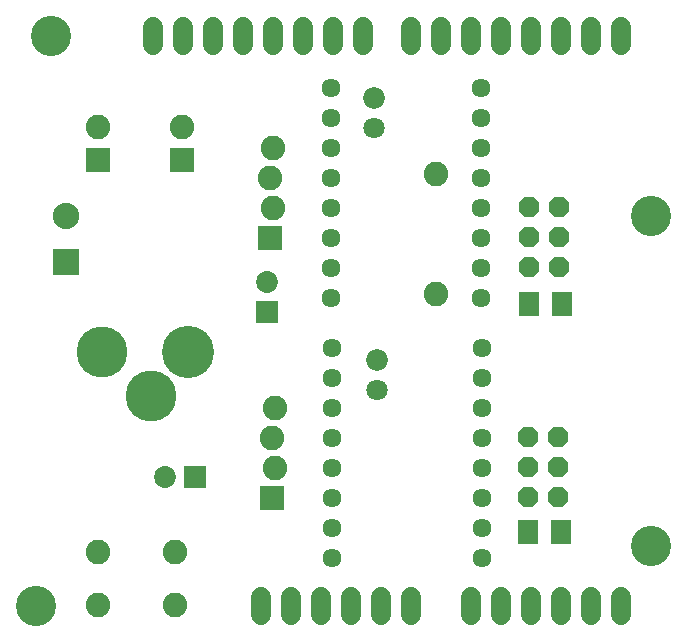
<source format=gbs>
G75*
%MOIN*%
%OFA0B0*%
%FSLAX24Y24*%
%IPPOS*%
%LPD*%
%AMOC8*
5,1,8,0,0,1.08239X$1,22.5*
%
%ADD10C,0.1340*%
%ADD11C,0.0680*%
%ADD12C,0.0634*%
%ADD13R,0.0820X0.0820*%
%ADD14C,0.0820*%
%ADD15C,0.1740*%
%ADD16C,0.1700*%
%ADD17C,0.0730*%
%ADD18R,0.0730X0.0730*%
%ADD19C,0.0707*%
%ADD20C,0.0721*%
%ADD21R,0.0880X0.0880*%
%ADD22C,0.0880*%
%ADD23R,0.0710X0.0789*%
%ADD24OC8,0.0680*%
D10*
X001150Y001150D03*
X001650Y020150D03*
X021650Y014150D03*
X021650Y003150D03*
D11*
X020650Y001450D02*
X020650Y000850D01*
X019650Y000850D02*
X019650Y001450D01*
X018650Y001450D02*
X018650Y000850D01*
X017650Y000850D02*
X017650Y001450D01*
X016650Y001450D02*
X016650Y000850D01*
X015650Y000850D02*
X015650Y001450D01*
X013650Y001450D02*
X013650Y000850D01*
X012650Y000850D02*
X012650Y001450D01*
X011650Y001450D02*
X011650Y000850D01*
X010650Y000850D02*
X010650Y001450D01*
X009650Y001450D02*
X009650Y000850D01*
X008650Y000850D02*
X008650Y001450D01*
X009050Y019850D02*
X009050Y020450D01*
X008050Y020450D02*
X008050Y019850D01*
X007050Y019850D02*
X007050Y020450D01*
X006050Y020450D02*
X006050Y019850D01*
X005050Y019850D02*
X005050Y020450D01*
X010050Y020450D02*
X010050Y019850D01*
X011050Y019850D02*
X011050Y020450D01*
X012050Y020450D02*
X012050Y019850D01*
X013650Y019850D02*
X013650Y020450D01*
X014650Y020450D02*
X014650Y019850D01*
X015650Y019850D02*
X015650Y020450D01*
X016650Y020450D02*
X016650Y019850D01*
X017650Y019850D02*
X017650Y020450D01*
X018650Y020450D02*
X018650Y019850D01*
X019650Y019850D02*
X019650Y020450D01*
X020650Y020450D02*
X020650Y019850D01*
D12*
X015980Y018415D03*
X015980Y017415D03*
X015980Y016415D03*
X015980Y015415D03*
X015980Y014415D03*
X015980Y013415D03*
X015980Y012415D03*
X015980Y011415D03*
X015995Y009730D03*
X015995Y008730D03*
X015995Y007730D03*
X015995Y006730D03*
X015995Y005730D03*
X015995Y004730D03*
X015995Y003730D03*
X015995Y002730D03*
X010995Y002730D03*
X010995Y003730D03*
X010995Y004730D03*
X010995Y005730D03*
X010995Y006730D03*
X010995Y007730D03*
X010995Y008730D03*
X010995Y009730D03*
X010980Y011415D03*
X010980Y012415D03*
X010980Y013415D03*
X010980Y014415D03*
X010980Y015415D03*
X010980Y016415D03*
X010980Y017415D03*
X010980Y018415D03*
D13*
X005990Y016000D03*
X003195Y016020D03*
X008930Y013415D03*
X008990Y004725D03*
D14*
X009090Y005725D03*
X008990Y006725D03*
X009090Y007725D03*
X005770Y002935D03*
X005770Y001155D03*
X003210Y001155D03*
X003210Y002935D03*
X014475Y011545D03*
X014475Y015545D03*
X009030Y016415D03*
X008930Y015415D03*
X009030Y014415D03*
X005990Y017100D03*
X003195Y017120D03*
D15*
X006209Y009610D03*
D16*
X004958Y008129D03*
X003326Y009600D03*
D17*
X005430Y005450D03*
X008845Y011935D03*
D18*
X008845Y010935D03*
X006430Y005450D03*
D19*
X012485Y008345D03*
X012405Y017075D03*
D20*
X012405Y018075D03*
X012485Y009345D03*
D21*
X002140Y012615D03*
D22*
X002140Y014133D03*
D23*
X017529Y003590D03*
X018631Y003590D03*
X018671Y011215D03*
X017569Y011215D03*
D24*
X017565Y012425D03*
X018565Y012425D03*
X018565Y013425D03*
X018565Y014425D03*
X017565Y014425D03*
X017565Y013425D03*
X017540Y006765D03*
X017540Y005765D03*
X017540Y004765D03*
X018540Y004765D03*
X018540Y005765D03*
X018540Y006765D03*
M02*

</source>
